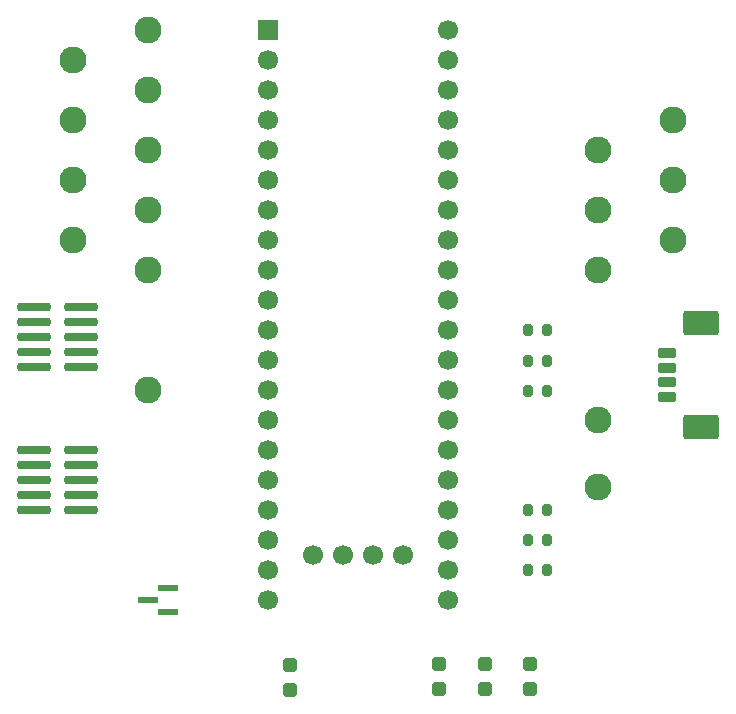
<source format=gbr>
%TF.GenerationSoftware,KiCad,Pcbnew,7.0.8*%
%TF.CreationDate,2024-08-14T14:07:49-06:00*%
%TF.ProjectId,blackpill_carrier,626c6163-6b70-4696-9c6c-5f6361727269,1.0*%
%TF.SameCoordinates,Original*%
%TF.FileFunction,Soldermask,Top*%
%TF.FilePolarity,Negative*%
%FSLAX46Y46*%
G04 Gerber Fmt 4.6, Leading zero omitted, Abs format (unit mm)*
G04 Created by KiCad (PCBNEW 7.0.8) date 2024-08-14 14:07:49*
%MOMM*%
%LPD*%
G01*
G04 APERTURE LIST*
G04 Aperture macros list*
%AMRoundRect*
0 Rectangle with rounded corners*
0 $1 Rounding radius*
0 $2 $3 $4 $5 $6 $7 $8 $9 X,Y pos of 4 corners*
0 Add a 4 corners polygon primitive as box body*
4,1,4,$2,$3,$4,$5,$6,$7,$8,$9,$2,$3,0*
0 Add four circle primitives for the rounded corners*
1,1,$1+$1,$2,$3*
1,1,$1+$1,$4,$5*
1,1,$1+$1,$6,$7*
1,1,$1+$1,$8,$9*
0 Add four rect primitives between the rounded corners*
20,1,$1+$1,$2,$3,$4,$5,0*
20,1,$1+$1,$4,$5,$6,$7,0*
20,1,$1+$1,$6,$7,$8,$9,0*
20,1,$1+$1,$8,$9,$2,$3,0*%
G04 Aperture macros list end*
%ADD10R,1.750000X0.600000*%
%ADD11C,2.286000*%
%ADD12RoundRect,0.200000X0.200000X0.275000X-0.200000X0.275000X-0.200000X-0.275000X0.200000X-0.275000X0*%
%ADD13RoundRect,0.300000X0.300000X-0.300000X0.300000X0.300000X-0.300000X0.300000X-0.300000X-0.300000X0*%
%ADD14RoundRect,0.185000X1.215000X-0.185000X1.215000X0.185000X-1.215000X0.185000X-1.215000X-0.185000X0*%
%ADD15RoundRect,0.200000X0.600000X-0.200000X0.600000X0.200000X-0.600000X0.200000X-0.600000X-0.200000X0*%
%ADD16RoundRect,0.250001X1.249999X-0.799999X1.249999X0.799999X-1.249999X0.799999X-1.249999X-0.799999X0*%
%ADD17RoundRect,0.185000X-1.215000X0.185000X-1.215000X-0.185000X1.215000X-0.185000X1.215000X0.185000X0*%
%ADD18R,1.700000X1.700000*%
%ADD19C,1.700000*%
G04 APERTURE END LIST*
D10*
%TO.C,J1*%
X110081000Y-124984000D03*
X108331000Y-125984000D03*
X110081000Y-126984000D03*
%TD*%
D11*
%TO.C,TP12*%
X146431000Y-87884000D03*
%TD*%
%TO.C,TP15*%
X108331000Y-77724000D03*
%TD*%
D12*
%TO.C,R6*%
X142176000Y-103124000D03*
X140526000Y-103124000D03*
%TD*%
D11*
%TO.C,TP2*%
X146431000Y-110744000D03*
%TD*%
%TO.C,TP3*%
X146431000Y-98044000D03*
%TD*%
%TO.C,TP4*%
X152781000Y-95504000D03*
%TD*%
D13*
%TO.C,D1*%
X140716000Y-133511000D03*
X140716000Y-131411000D03*
%TD*%
D12*
%TO.C,R3*%
X142176000Y-120904000D03*
X140526000Y-120904000D03*
%TD*%
D11*
%TO.C,TP14*%
X152781000Y-85344000D03*
%TD*%
D14*
%TO.C,J2*%
X102711000Y-118364000D03*
X98711000Y-118364000D03*
X102711000Y-117094000D03*
X98711000Y-117094000D03*
X102711000Y-115824000D03*
X98711000Y-115824000D03*
X102711000Y-114554000D03*
X98711000Y-114554000D03*
X102711000Y-113284000D03*
X98711000Y-113284000D03*
%TD*%
D11*
%TO.C,TP17*%
X108331000Y-82804000D03*
%TD*%
D13*
%TO.C,D4*%
X132969000Y-133511000D03*
X132969000Y-131411000D03*
%TD*%
D11*
%TO.C,TP10*%
X146431000Y-92964000D03*
%TD*%
%TO.C,TP9*%
X108331000Y-98044000D03*
%TD*%
D12*
%TO.C,R5*%
X142176000Y-123444000D03*
X140526000Y-123444000D03*
%TD*%
%TO.C,R2*%
X142176000Y-105740200D03*
X140526000Y-105740200D03*
%TD*%
D11*
%TO.C,TP16*%
X101981000Y-80264000D03*
%TD*%
D12*
%TO.C,R1*%
X142176000Y-108331000D03*
X140526000Y-108331000D03*
%TD*%
D11*
%TO.C,TP11*%
X152781000Y-90424000D03*
%TD*%
%TO.C,TP6*%
X101981000Y-90424000D03*
%TD*%
D15*
%TO.C,J4*%
X152286000Y-108809000D03*
X152286000Y-107559000D03*
X152286000Y-106309000D03*
X152286000Y-105059000D03*
D16*
X155186000Y-111359000D03*
X155186000Y-102509000D03*
%TD*%
D17*
%TO.C,J3*%
X98711000Y-101219000D03*
X102711000Y-101219000D03*
X98711000Y-102489000D03*
X102711000Y-102489000D03*
X98711000Y-103759000D03*
X102711000Y-103759000D03*
X98711000Y-105029000D03*
X102711000Y-105029000D03*
X98711000Y-106299000D03*
X102711000Y-106299000D03*
%TD*%
D18*
%TO.C,U1*%
X118491000Y-77724000D03*
D19*
X118491000Y-80264000D03*
X118491000Y-82804000D03*
X118491000Y-85344000D03*
X118491000Y-87884000D03*
X118491000Y-90424000D03*
X118491000Y-92964000D03*
X118491000Y-95504000D03*
X118491000Y-98044000D03*
X118491000Y-100584000D03*
X118491000Y-103124000D03*
X118491000Y-105664000D03*
X118491000Y-108204000D03*
X118491000Y-110744000D03*
X118491000Y-113284000D03*
X118491000Y-115824000D03*
X118491000Y-118364000D03*
X118491000Y-120904000D03*
X118491000Y-123444000D03*
X118491000Y-125984000D03*
X133731000Y-125984000D03*
X133731000Y-123444000D03*
X133731000Y-120904000D03*
X133731000Y-118364000D03*
X133731000Y-115824000D03*
X133731000Y-113284000D03*
X133731000Y-110744000D03*
X133731000Y-108204000D03*
X133731000Y-105664000D03*
X133731000Y-103124000D03*
X133731000Y-100584000D03*
X133731000Y-98044000D03*
X133731000Y-95504000D03*
X133731000Y-92964000D03*
X133731000Y-90424000D03*
X133731000Y-87884000D03*
X133731000Y-85344000D03*
X133731000Y-82804000D03*
X133731000Y-80264000D03*
X133731000Y-77724000D03*
X122301000Y-122174000D03*
X124841000Y-122174000D03*
X127381000Y-122174000D03*
X129921000Y-122174000D03*
%TD*%
D11*
%TO.C,TP7*%
X108331000Y-92964000D03*
%TD*%
%TO.C,TP8*%
X101981000Y-95504000D03*
%TD*%
%TO.C,TP1*%
X146431000Y-116459000D03*
%TD*%
D13*
%TO.C,D3*%
X120396000Y-133604000D03*
X120396000Y-131504000D03*
%TD*%
D12*
%TO.C,R4*%
X142176000Y-118364000D03*
X140526000Y-118364000D03*
%TD*%
D11*
%TO.C,TP13*%
X108331000Y-108204000D03*
%TD*%
D13*
%TO.C,D2*%
X136906000Y-133511000D03*
X136906000Y-131411000D03*
%TD*%
D11*
%TO.C,TP5*%
X108331000Y-87884000D03*
%TD*%
%TO.C,TP18*%
X101981000Y-85344000D03*
%TD*%
M02*

</source>
